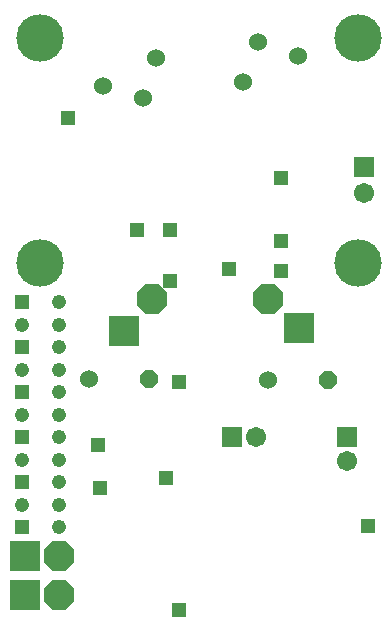
<source format=gbs>
G75*
%MOIN*%
%OFA0B0*%
%FSLAX24Y24*%
%IPPOS*%
%LPD*%
%AMOC8*
5,1,8,0,0,1.08239X$1,22.5*
%
%ADD10C,0.0600*%
%ADD11OC8,0.0600*%
%ADD12C,0.1582*%
%ADD13R,0.0671X0.0671*%
%ADD14R,0.1025X0.1025*%
%ADD15R,0.0476X0.0476*%
%ADD16C,0.0671*%
%ADD17OC8,0.1025*%
%ADD18C,0.0476*%
D10*
X031700Y014550D03*
X037650Y014500D03*
X033505Y023894D03*
X033911Y025248D03*
X032150Y024300D03*
X036837Y024455D03*
X038650Y025300D03*
X037321Y025784D03*
D11*
X039650Y014500D03*
X033700Y014550D03*
D12*
X030050Y018400D03*
X040650Y018400D03*
X040650Y025900D03*
X030050Y025900D03*
D13*
X040850Y021600D03*
X040300Y012600D03*
X036450Y012600D03*
D14*
X029550Y007350D03*
X029550Y008650D03*
X032850Y016150D03*
X038700Y016250D03*
D15*
X038100Y018150D03*
X038100Y019150D03*
X036350Y018200D03*
X034400Y017800D03*
X034400Y019500D03*
X033300Y019500D03*
X029450Y017100D03*
X029450Y015600D03*
X029450Y014100D03*
X029450Y012600D03*
X029450Y011100D03*
X029450Y009600D03*
X032050Y010900D03*
X032000Y012350D03*
X034250Y011250D03*
X034700Y014450D03*
X041000Y009650D03*
X034700Y006850D03*
X038100Y021250D03*
X031000Y023250D03*
D16*
X040850Y020750D03*
X037250Y012600D03*
X040300Y011800D03*
D17*
X037650Y017200D03*
X033800Y017200D03*
X030700Y008650D03*
X030700Y007350D03*
D18*
X030700Y009600D03*
X030700Y010350D03*
X030700Y011100D03*
X030700Y011850D03*
X030700Y012600D03*
X030700Y013350D03*
X030700Y014100D03*
X030700Y014850D03*
X030700Y015600D03*
X030700Y016350D03*
X030700Y017100D03*
X029450Y016350D03*
X029450Y014850D03*
X029450Y013350D03*
X029450Y011850D03*
X029450Y010350D03*
M02*

</source>
